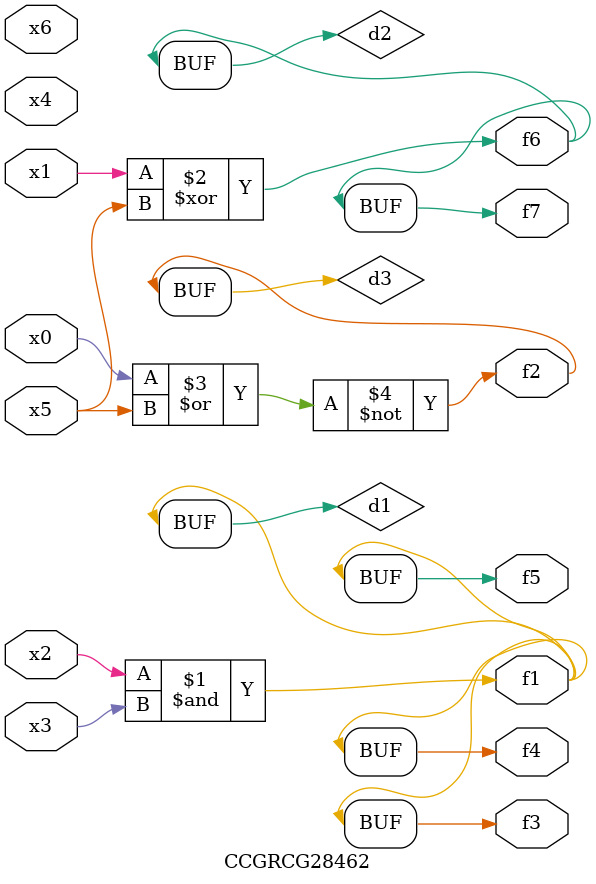
<source format=v>
module CCGRCG28462(
	input x0, x1, x2, x3, x4, x5, x6,
	output f1, f2, f3, f4, f5, f6, f7
);

	wire d1, d2, d3;

	and (d1, x2, x3);
	xor (d2, x1, x5);
	nor (d3, x0, x5);
	assign f1 = d1;
	assign f2 = d3;
	assign f3 = d1;
	assign f4 = d1;
	assign f5 = d1;
	assign f6 = d2;
	assign f7 = d2;
endmodule

</source>
